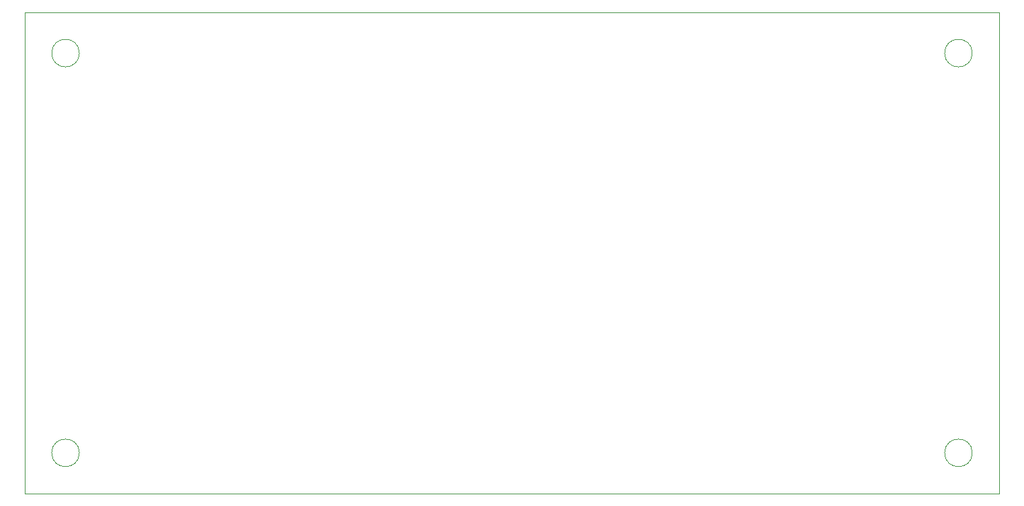
<source format=gbr>
%TF.GenerationSoftware,KiCad,Pcbnew,9.0.6*%
%TF.CreationDate,2026-01-26T13:56:56-03:00*%
%TF.ProjectId,RWPendulum,52575065-6e64-4756-9c75-6d2e6b696361,0*%
%TF.SameCoordinates,Original*%
%TF.FileFunction,Profile,NP*%
%FSLAX46Y46*%
G04 Gerber Fmt 4.6, Leading zero omitted, Abs format (unit mm)*
G04 Created by KiCad (PCBNEW 9.0.6) date 2026-01-26 13:56:56*
%MOMM*%
%LPD*%
G01*
G04 APERTURE LIST*
%TA.AperFunction,Profile*%
%ADD10C,0.050000*%
%TD*%
%TA.AperFunction,Profile*%
%ADD11C,0.100000*%
%TD*%
G04 APERTURE END LIST*
D10*
X203462000Y-125173000D02*
G75*
G02*
X200062000Y-125173000I-1700000J0D01*
G01*
X200062000Y-125173000D02*
G75*
G02*
X203462000Y-125173000I1700000J0D01*
G01*
X93822000Y-125173000D02*
G75*
G02*
X90422000Y-125173000I-1700000J0D01*
G01*
X90422000Y-125173000D02*
G75*
G02*
X93822000Y-125173000I1700000J0D01*
G01*
D11*
X87122000Y-71001000D02*
X206762000Y-71001000D01*
X206762000Y-130173000D01*
X87122000Y-130173000D01*
X87122000Y-71001000D01*
D10*
X203462000Y-76001000D02*
G75*
G02*
X200062000Y-76001000I-1700000J0D01*
G01*
X200062000Y-76001000D02*
G75*
G02*
X203462000Y-76001000I1700000J0D01*
G01*
X93822000Y-76001000D02*
G75*
G02*
X90422000Y-76001000I-1700000J0D01*
G01*
X90422000Y-76001000D02*
G75*
G02*
X93822000Y-76001000I1700000J0D01*
G01*
M02*

</source>
